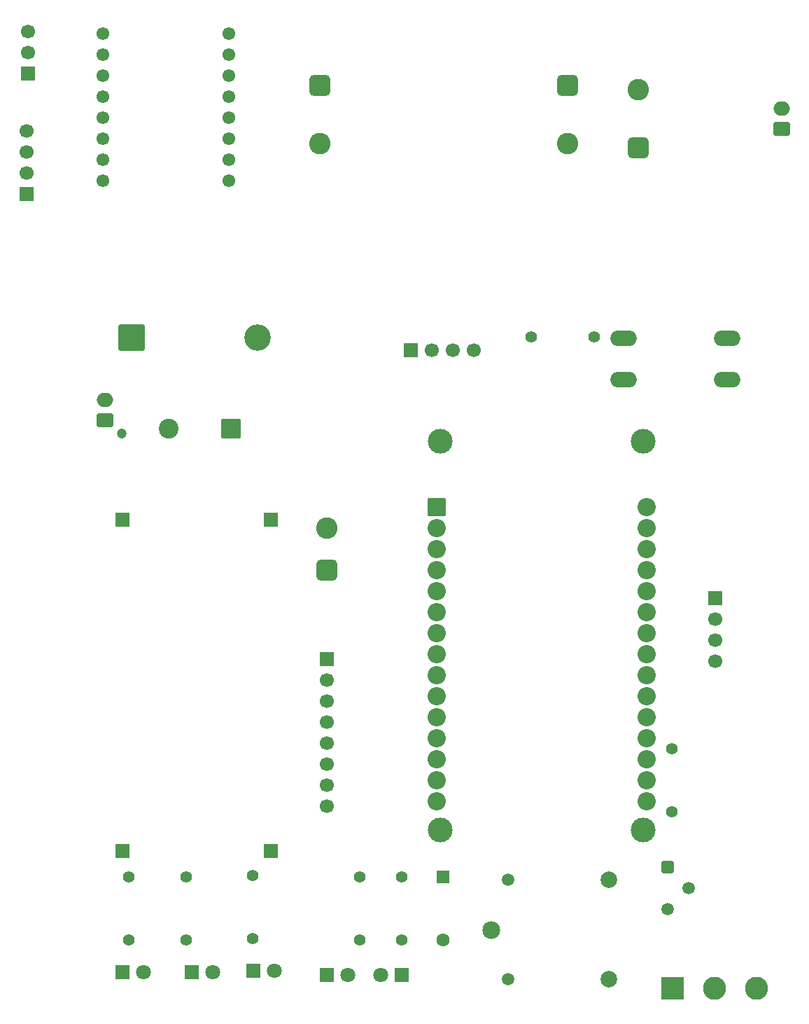
<source format=gbr>
%TF.GenerationSoftware,KiCad,Pcbnew,9.0.4*%
%TF.CreationDate,2025-11-05T17:17:25+05:30*%
%TF.ProjectId,BikeSSv3,42696b65-5353-4763-932e-6b696361645f,rev?*%
%TF.SameCoordinates,Original*%
%TF.FileFunction,Soldermask,Top*%
%TF.FilePolarity,Negative*%
%FSLAX46Y46*%
G04 Gerber Fmt 4.6, Leading zero omitted, Abs format (unit mm)*
G04 Created by KiCad (PCBNEW 9.0.4) date 2025-11-05 17:17:25*
%MOMM*%
%LPD*%
G01*
G04 APERTURE LIST*
G04 Aperture macros list*
%AMRoundRect*
0 Rectangle with rounded corners*
0 $1 Rounding radius*
0 $2 $3 $4 $5 $6 $7 $8 $9 X,Y pos of 4 corners*
0 Add a 4 corners polygon primitive as box body*
4,1,4,$2,$3,$4,$5,$6,$7,$8,$9,$2,$3,0*
0 Add four circle primitives for the rounded corners*
1,1,$1+$1,$2,$3*
1,1,$1+$1,$4,$5*
1,1,$1+$1,$6,$7*
1,1,$1+$1,$8,$9*
0 Add four rect primitives between the rounded corners*
20,1,$1+$1,$2,$3,$4,$5,0*
20,1,$1+$1,$4,$5,$6,$7,0*
20,1,$1+$1,$6,$7,$8,$9,0*
20,1,$1+$1,$8,$9,$2,$3,0*%
G04 Aperture macros list end*
%ADD10R,1.700000X1.700000*%
%ADD11C,1.700000*%
%ADD12C,1.400000*%
%ADD13R,1.800000X1.800000*%
%ADD14C,1.800000*%
%ADD15RoundRect,0.250000X-0.500000X0.500000X-0.500000X-0.500000X0.500000X-0.500000X0.500000X0.500000X0*%
%ADD16C,1.500000*%
%ADD17RoundRect,0.650000X0.650000X-0.650000X0.650000X0.650000X-0.650000X0.650000X-0.650000X-0.650000X0*%
%ADD18C,2.600000*%
%ADD19O,3.200000X1.900000*%
%ADD20R,2.800000X2.800000*%
%ADD21C,2.800000*%
%ADD22C,1.200000*%
%ADD23RoundRect,0.250000X0.750000X-0.600000X0.750000X0.600000X-0.750000X0.600000X-0.750000X-0.600000X0*%
%ADD24O,2.000000X1.700000*%
%ADD25RoundRect,0.250000X-1.350000X-1.350000X1.350000X-1.350000X1.350000X1.350000X-1.350000X1.350000X0*%
%ADD26C,3.200000*%
%ADD27C,1.512000*%
%ADD28C,2.154000*%
%ADD29C,2.004000*%
%ADD30RoundRect,0.250000X-0.550000X0.550000X-0.550000X-0.550000X0.550000X-0.550000X0.550000X0.550000X0*%
%ADD31C,1.600000*%
%ADD32C,3.000000*%
%ADD33RoundRect,0.102000X-1.000000X-1.000000X1.000000X-1.000000X1.000000X1.000000X-1.000000X1.000000X0*%
%ADD34C,2.204000*%
%ADD35C,2.400000*%
%ADD36RoundRect,0.250001X0.949999X0.949999X-0.949999X0.949999X-0.949999X-0.949999X0.949999X-0.949999X0*%
%ADD37RoundRect,0.650000X-0.650000X0.650000X-0.650000X-0.650000X0.650000X-0.650000X0.650000X0.650000X0*%
%ADD38C,1.552000*%
G04 APERTURE END LIST*
D10*
%TO.C,J107*%
X229980000Y-79525000D03*
D11*
X232520000Y-79525000D03*
X235060000Y-79525000D03*
X237600000Y-79525000D03*
%TD*%
D12*
%TO.C,R103*%
X195880000Y-150810000D03*
X195880000Y-143190000D03*
%TD*%
%TO.C,R105*%
X228880000Y-143190000D03*
X228880000Y-150810000D03*
%TD*%
%TO.C,R102*%
X210880000Y-150610000D03*
X210880000Y-142990000D03*
%TD*%
D13*
%TO.C,D103*%
X210930000Y-154525000D03*
D14*
X213470000Y-154525000D03*
%TD*%
D15*
%TO.C,Q101*%
X261060000Y-141985000D03*
D16*
X263600000Y-144525000D03*
X261060000Y-147065000D03*
%TD*%
D10*
%TO.C,J104*%
X219880000Y-116840000D03*
D11*
X219880000Y-119380000D03*
X219880000Y-121920000D03*
X219880000Y-124460000D03*
X219880000Y-127000000D03*
X219880000Y-129540000D03*
X219880000Y-132080000D03*
X219880000Y-134620000D03*
%TD*%
D10*
%TO.C,J108*%
X195100000Y-140025000D03*
%TD*%
D13*
%TO.C,D106*%
X228880000Y-155000000D03*
D14*
X226340000Y-155000000D03*
%TD*%
D17*
%TO.C,TP101*%
X219880000Y-106065000D03*
D18*
X219880000Y-100985000D03*
%TD*%
D13*
%TO.C,D107*%
X219880000Y-155000000D03*
D14*
X222420000Y-155000000D03*
%TD*%
D19*
%TO.C,SW102*%
X255750000Y-78025000D03*
X268250000Y-78025000D03*
X255750000Y-83025000D03*
X268250000Y-83025000D03*
%TD*%
D10*
%TO.C,J105*%
X266880000Y-109460000D03*
D11*
X266880000Y-112000000D03*
X266880000Y-114540000D03*
X266880000Y-117080000D03*
%TD*%
D10*
%TO.C,J106*%
X195100000Y-100025000D03*
%TD*%
D12*
%TO.C,R107*%
X261600000Y-127715000D03*
X261600000Y-135335000D03*
%TD*%
D20*
%TO.C,J112*%
X261720000Y-156600000D03*
D21*
X266800000Y-156600000D03*
X271880000Y-156600000D03*
%TD*%
D22*
%TO.C,J101*%
X195053674Y-89600000D03*
D23*
X193053674Y-88000000D03*
D24*
X193053674Y-85500000D03*
%TD*%
D25*
%TO.C,D101*%
X196260000Y-78000000D03*
D26*
X211500000Y-78000000D03*
%TD*%
D12*
%TO.C,R104*%
X244590000Y-77925000D03*
X252210000Y-77925000D03*
%TD*%
D27*
%TO.C,K101*%
X241780000Y-143525000D03*
X241780000Y-155525000D03*
D28*
X239780000Y-149645000D03*
D29*
X253980000Y-143525000D03*
X253980000Y-155525000D03*
%TD*%
D10*
%TO.C,J103*%
X213100000Y-140025000D03*
%TD*%
D30*
%TO.C,D105*%
X233880000Y-143190000D03*
D31*
X233880000Y-150810000D03*
%TD*%
D13*
%TO.C,D104*%
X195130000Y-154725000D03*
D14*
X197670000Y-154725000D03*
%TD*%
D13*
%TO.C,D102*%
X203530000Y-154725000D03*
D14*
X206070000Y-154725000D03*
%TD*%
D12*
%TO.C,R106*%
X223880000Y-143190000D03*
X223880000Y-150810000D03*
%TD*%
%TO.C,R101*%
X202880000Y-150810000D03*
X202880000Y-143190000D03*
%TD*%
D32*
%TO.C,U101*%
X233600000Y-90525000D03*
X233600000Y-137475000D03*
X258110000Y-90525000D03*
X258110000Y-137475000D03*
D33*
X233180000Y-98485000D03*
D34*
X233180000Y-101025000D03*
X233180000Y-103565000D03*
X233180000Y-106105000D03*
X233180000Y-108645000D03*
X233180000Y-111185000D03*
X233180000Y-113725000D03*
X233180000Y-116265000D03*
X233180000Y-118805000D03*
X233180000Y-121345000D03*
X233180000Y-123885000D03*
X233180000Y-126425000D03*
X233180000Y-128965000D03*
X233180000Y-131505000D03*
X233180000Y-134045000D03*
X258580000Y-134045000D03*
X258580000Y-131505000D03*
X258580000Y-128965000D03*
X258580000Y-126425000D03*
X258580000Y-123885000D03*
X258580000Y-121345000D03*
X258580000Y-118805000D03*
X258580000Y-116265000D03*
X258580000Y-113725000D03*
X258580000Y-111185000D03*
X258580000Y-108645000D03*
X258580000Y-106105000D03*
X258580000Y-103565000D03*
X258580000Y-101025000D03*
X258580000Y-98485000D03*
%TD*%
D10*
%TO.C,J102*%
X213100000Y-100025000D03*
%TD*%
D35*
%TO.C,C101*%
X200752651Y-89000000D03*
D36*
X208252651Y-89000000D03*
%TD*%
D11*
%TO.C,J109*%
X183500000Y-52960000D03*
X183500000Y-55500000D03*
X183500000Y-58040000D03*
D10*
X183500000Y-60580000D03*
%TD*%
D18*
%TO.C,TP102*%
X257500000Y-48000000D03*
D17*
X257500000Y-55000000D03*
%TD*%
D11*
%TO.C,J110*%
X183725000Y-40945000D03*
X183725000Y-43485000D03*
D10*
X183725000Y-46025000D03*
%TD*%
D18*
%TO.C,TP104*%
X249000000Y-54500000D03*
D37*
X249000000Y-47500000D03*
%TD*%
D18*
%TO.C,TP105*%
X219000000Y-54500000D03*
D37*
X219000000Y-47500000D03*
%TD*%
D24*
%TO.C,J111*%
X274850000Y-50250000D03*
D23*
X274850000Y-52750000D03*
%TD*%
D38*
%TO.C,U102*%
X207990000Y-43790000D03*
X192750000Y-59030000D03*
X192750000Y-56490000D03*
X192750000Y-53950000D03*
X192750000Y-51410000D03*
X192750000Y-48870000D03*
X192750000Y-46330000D03*
X192750000Y-43790000D03*
X207990000Y-41250000D03*
X192750000Y-41250000D03*
X207990000Y-48870000D03*
X207990000Y-46330000D03*
X207990000Y-51410000D03*
X207990000Y-53950000D03*
X207990000Y-56490000D03*
X207990000Y-59030000D03*
%TD*%
M02*

</source>
